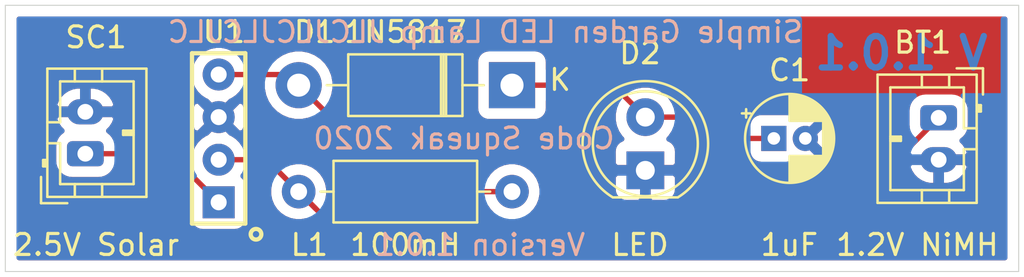
<source format=kicad_pcb>
(kicad_pcb (version 20171130) (host pcbnew "(5.1.5)-3")

  (general
    (thickness 1.6)
    (drawings 14)
    (tracks 17)
    (zones 0)
    (modules 7)
    (nets 6)
  )

  (page A4)
  (title_block
    (title "Garden Solar Light")
    (rev 1.0.1)
  )

  (layers
    (0 F.Cu signal)
    (31 B.Cu signal)
    (33 F.Adhes user)
    (34 B.Paste user)
    (35 F.Paste user)
    (36 B.SilkS user)
    (37 F.SilkS user)
    (38 B.Mask user)
    (39 F.Mask user)
    (40 Dwgs.User user)
    (41 Cmts.User user)
    (42 Eco1.User user)
    (43 Eco2.User user)
    (44 Edge.Cuts user)
    (45 Margin user)
    (46 B.CrtYd user)
    (47 F.CrtYd user)
    (48 B.Fab user)
    (49 F.Fab user)
  )

  (setup
    (last_trace_width 0.254)
    (trace_clearance 0.254)
    (zone_clearance 0.508)
    (zone_45_only no)
    (trace_min 0.1524)
    (via_size 0.762)
    (via_drill 0.381)
    (via_min_size 0.6858)
    (via_min_drill 0.3302)
    (uvia_size 0.762)
    (uvia_drill 0.381)
    (uvias_allowed no)
    (uvia_min_size 0.6858)
    (uvia_min_drill 0.3302)
    (edge_width 0.05)
    (segment_width 0.2)
    (pcb_text_width 0.3)
    (pcb_text_size 1.5 1.5)
    (mod_edge_width 0.12)
    (mod_text_size 1 1)
    (mod_text_width 0.15)
    (pad_size 1.524 1.524)
    (pad_drill 0.762)
    (pad_to_mask_clearance 0.0508)
    (solder_mask_min_width 0.1016)
    (aux_axis_origin 0 0)
    (visible_elements 7FFFFFFF)
    (pcbplotparams
      (layerselection 0x010f0_ffffffff)
      (usegerberextensions false)
      (usegerberattributes false)
      (usegerberadvancedattributes false)
      (creategerberjobfile false)
      (excludeedgelayer true)
      (linewidth 0.150000)
      (plotframeref false)
      (viasonmask false)
      (mode 1)
      (useauxorigin false)
      (hpglpennumber 1)
      (hpglpenspeed 20)
      (hpglpendiameter 15.000000)
      (psnegative false)
      (psa4output false)
      (plotreference true)
      (plotvalue true)
      (plotinvisibletext false)
      (padsonsilk true)
      (subtractmaskfromsilk false)
      (outputformat 1)
      (mirror false)
      (drillshape 0)
      (scaleselection 1)
      (outputdirectory "gerbers/jlcpcb/"))
  )

  (net 0 "")
  (net 1 GND)
  (net 2 "Net-(BT1-Pad1)")
  (net 3 "Net-(C1-Pad1)")
  (net 4 "Net-(D1-Pad2)")
  (net 5 "Net-(SC1-Pad1)")

  (net_class Default "This is the default net class."
    (clearance 0.254)
    (trace_width 0.254)
    (via_dia 0.762)
    (via_drill 0.381)
    (uvia_dia 0.762)
    (uvia_drill 0.381)
    (add_net GND)
    (add_net "Net-(BT1-Pad1)")
    (add_net "Net-(C1-Pad1)")
    (add_net "Net-(D1-Pad2)")
    (add_net "Net-(SC1-Pad1)")
  )

  (module Connector_JST:JST_PH_B2B-PH-K_1x02_P2.00mm_Vertical (layer F.Cu) (tedit 5B7745C2) (tstamp 5EB7279B)
    (at 140.97 85.376 270)
    (descr "JST PH series connector, B2B-PH-K (http://www.jst-mfg.com/product/pdf/eng/ePH.pdf), generated with kicad-footprint-generator")
    (tags "connector JST PH side entry")
    (path /5EB24EC1)
    (fp_text reference BT1 (at -3.588 0.762 180) (layer F.SilkS)
      (effects (font (size 1 1) (thickness 0.15)))
    )
    (fp_text value "1.2V NiMH" (at 1 4 90) (layer F.Fab)
      (effects (font (size 1 1) (thickness 0.15)))
    )
    (fp_text user %R (at 1 1.5 90) (layer F.Fab)
      (effects (font (size 1 1) (thickness 0.15)))
    )
    (fp_line (start 4.45 -2.2) (end -2.45 -2.2) (layer F.CrtYd) (width 0.05))
    (fp_line (start 4.45 3.3) (end 4.45 -2.2) (layer F.CrtYd) (width 0.05))
    (fp_line (start -2.45 3.3) (end 4.45 3.3) (layer F.CrtYd) (width 0.05))
    (fp_line (start -2.45 -2.2) (end -2.45 3.3) (layer F.CrtYd) (width 0.05))
    (fp_line (start 3.95 -1.7) (end -1.95 -1.7) (layer F.Fab) (width 0.1))
    (fp_line (start 3.95 2.8) (end 3.95 -1.7) (layer F.Fab) (width 0.1))
    (fp_line (start -1.95 2.8) (end 3.95 2.8) (layer F.Fab) (width 0.1))
    (fp_line (start -1.95 -1.7) (end -1.95 2.8) (layer F.Fab) (width 0.1))
    (fp_line (start -2.36 -2.11) (end -2.36 -0.86) (layer F.Fab) (width 0.1))
    (fp_line (start -1.11 -2.11) (end -2.36 -2.11) (layer F.Fab) (width 0.1))
    (fp_line (start -2.36 -2.11) (end -2.36 -0.86) (layer F.SilkS) (width 0.12))
    (fp_line (start -1.11 -2.11) (end -2.36 -2.11) (layer F.SilkS) (width 0.12))
    (fp_line (start 1 2.3) (end 1 1.8) (layer F.SilkS) (width 0.12))
    (fp_line (start 1.1 1.8) (end 1.1 2.3) (layer F.SilkS) (width 0.12))
    (fp_line (start 0.9 1.8) (end 1.1 1.8) (layer F.SilkS) (width 0.12))
    (fp_line (start 0.9 2.3) (end 0.9 1.8) (layer F.SilkS) (width 0.12))
    (fp_line (start 4.06 0.8) (end 3.45 0.8) (layer F.SilkS) (width 0.12))
    (fp_line (start 4.06 -0.5) (end 3.45 -0.5) (layer F.SilkS) (width 0.12))
    (fp_line (start -2.06 0.8) (end -1.45 0.8) (layer F.SilkS) (width 0.12))
    (fp_line (start -2.06 -0.5) (end -1.45 -0.5) (layer F.SilkS) (width 0.12))
    (fp_line (start 1.5 -1.2) (end 1.5 -1.81) (layer F.SilkS) (width 0.12))
    (fp_line (start 3.45 -1.2) (end 1.5 -1.2) (layer F.SilkS) (width 0.12))
    (fp_line (start 3.45 2.3) (end 3.45 -1.2) (layer F.SilkS) (width 0.12))
    (fp_line (start -1.45 2.3) (end 3.45 2.3) (layer F.SilkS) (width 0.12))
    (fp_line (start -1.45 -1.2) (end -1.45 2.3) (layer F.SilkS) (width 0.12))
    (fp_line (start 0.5 -1.2) (end -1.45 -1.2) (layer F.SilkS) (width 0.12))
    (fp_line (start 0.5 -1.81) (end 0.5 -1.2) (layer F.SilkS) (width 0.12))
    (fp_line (start -0.3 -1.91) (end -0.6 -1.91) (layer F.SilkS) (width 0.12))
    (fp_line (start -0.6 -2.01) (end -0.6 -1.81) (layer F.SilkS) (width 0.12))
    (fp_line (start -0.3 -2.01) (end -0.6 -2.01) (layer F.SilkS) (width 0.12))
    (fp_line (start -0.3 -1.81) (end -0.3 -2.01) (layer F.SilkS) (width 0.12))
    (fp_line (start 4.06 -1.81) (end -2.06 -1.81) (layer F.SilkS) (width 0.12))
    (fp_line (start 4.06 2.91) (end 4.06 -1.81) (layer F.SilkS) (width 0.12))
    (fp_line (start -2.06 2.91) (end 4.06 2.91) (layer F.SilkS) (width 0.12))
    (fp_line (start -2.06 -1.81) (end -2.06 2.91) (layer F.SilkS) (width 0.12))
    (pad 2 thru_hole oval (at 2 0 270) (size 1.2 1.75) (drill 0.75) (layers *.Cu *.Mask)
      (net 1 GND))
    (pad 1 thru_hole roundrect (at 0 0 270) (size 1.2 1.75) (drill 0.75) (layers *.Cu *.Mask) (roundrect_rratio 0.208333)
      (net 2 "Net-(BT1-Pad1)"))
    (model ${KISYS3DMOD}/Connector_JST.3dshapes/JST_PH_B2B-PH-K_1x02_P2.00mm_Vertical.wrl
      (at (xyz 0 0 0))
      (scale (xyz 1 1 1))
      (rotate (xyz 0 0 0))
    )
  )

  (module Capacitor_THT:CP_Radial_D4.0mm_P1.50mm (layer F.Cu) (tedit 5AE50EF0) (tstamp 5EB72806)
    (at 133.12 86.36)
    (descr "CP, Radial series, Radial, pin pitch=1.50mm, , diameter=4mm, Electrolytic Capacitor")
    (tags "CP Radial series Radial pin pitch 1.50mm  diameter 4mm Electrolytic Capacitor")
    (path /5EB23603)
    (fp_text reference C1 (at 0.75 -3.25) (layer F.SilkS)
      (effects (font (size 1 1) (thickness 0.15)))
    )
    (fp_text value 1uF (at 0.75 3.25) (layer F.Fab)
      (effects (font (size 1 1) (thickness 0.15)))
    )
    (fp_circle (center 0.75 0) (end 2.75 0) (layer F.Fab) (width 0.1))
    (fp_circle (center 0.75 0) (end 2.87 0) (layer F.SilkS) (width 0.12))
    (fp_circle (center 0.75 0) (end 3 0) (layer F.CrtYd) (width 0.05))
    (fp_line (start -0.952554 -0.8675) (end -0.552554 -0.8675) (layer F.Fab) (width 0.1))
    (fp_line (start -0.752554 -1.0675) (end -0.752554 -0.6675) (layer F.Fab) (width 0.1))
    (fp_line (start 0.75 0.84) (end 0.75 2.08) (layer F.SilkS) (width 0.12))
    (fp_line (start 0.75 -2.08) (end 0.75 -0.84) (layer F.SilkS) (width 0.12))
    (fp_line (start 0.79 0.84) (end 0.79 2.08) (layer F.SilkS) (width 0.12))
    (fp_line (start 0.79 -2.08) (end 0.79 -0.84) (layer F.SilkS) (width 0.12))
    (fp_line (start 0.83 0.84) (end 0.83 2.079) (layer F.SilkS) (width 0.12))
    (fp_line (start 0.83 -2.079) (end 0.83 -0.84) (layer F.SilkS) (width 0.12))
    (fp_line (start 0.87 -2.077) (end 0.87 -0.84) (layer F.SilkS) (width 0.12))
    (fp_line (start 0.87 0.84) (end 0.87 2.077) (layer F.SilkS) (width 0.12))
    (fp_line (start 0.91 -2.074) (end 0.91 -0.84) (layer F.SilkS) (width 0.12))
    (fp_line (start 0.91 0.84) (end 0.91 2.074) (layer F.SilkS) (width 0.12))
    (fp_line (start 0.95 -2.071) (end 0.95 -0.84) (layer F.SilkS) (width 0.12))
    (fp_line (start 0.95 0.84) (end 0.95 2.071) (layer F.SilkS) (width 0.12))
    (fp_line (start 0.99 -2.067) (end 0.99 -0.84) (layer F.SilkS) (width 0.12))
    (fp_line (start 0.99 0.84) (end 0.99 2.067) (layer F.SilkS) (width 0.12))
    (fp_line (start 1.03 -2.062) (end 1.03 -0.84) (layer F.SilkS) (width 0.12))
    (fp_line (start 1.03 0.84) (end 1.03 2.062) (layer F.SilkS) (width 0.12))
    (fp_line (start 1.07 -2.056) (end 1.07 -0.84) (layer F.SilkS) (width 0.12))
    (fp_line (start 1.07 0.84) (end 1.07 2.056) (layer F.SilkS) (width 0.12))
    (fp_line (start 1.11 -2.05) (end 1.11 -0.84) (layer F.SilkS) (width 0.12))
    (fp_line (start 1.11 0.84) (end 1.11 2.05) (layer F.SilkS) (width 0.12))
    (fp_line (start 1.15 -2.042) (end 1.15 -0.84) (layer F.SilkS) (width 0.12))
    (fp_line (start 1.15 0.84) (end 1.15 2.042) (layer F.SilkS) (width 0.12))
    (fp_line (start 1.19 -2.034) (end 1.19 -0.84) (layer F.SilkS) (width 0.12))
    (fp_line (start 1.19 0.84) (end 1.19 2.034) (layer F.SilkS) (width 0.12))
    (fp_line (start 1.23 -2.025) (end 1.23 -0.84) (layer F.SilkS) (width 0.12))
    (fp_line (start 1.23 0.84) (end 1.23 2.025) (layer F.SilkS) (width 0.12))
    (fp_line (start 1.27 -2.016) (end 1.27 -0.84) (layer F.SilkS) (width 0.12))
    (fp_line (start 1.27 0.84) (end 1.27 2.016) (layer F.SilkS) (width 0.12))
    (fp_line (start 1.31 -2.005) (end 1.31 -0.84) (layer F.SilkS) (width 0.12))
    (fp_line (start 1.31 0.84) (end 1.31 2.005) (layer F.SilkS) (width 0.12))
    (fp_line (start 1.35 -1.994) (end 1.35 -0.84) (layer F.SilkS) (width 0.12))
    (fp_line (start 1.35 0.84) (end 1.35 1.994) (layer F.SilkS) (width 0.12))
    (fp_line (start 1.39 -1.982) (end 1.39 -0.84) (layer F.SilkS) (width 0.12))
    (fp_line (start 1.39 0.84) (end 1.39 1.982) (layer F.SilkS) (width 0.12))
    (fp_line (start 1.43 -1.968) (end 1.43 -0.84) (layer F.SilkS) (width 0.12))
    (fp_line (start 1.43 0.84) (end 1.43 1.968) (layer F.SilkS) (width 0.12))
    (fp_line (start 1.471 -1.954) (end 1.471 -0.84) (layer F.SilkS) (width 0.12))
    (fp_line (start 1.471 0.84) (end 1.471 1.954) (layer F.SilkS) (width 0.12))
    (fp_line (start 1.511 -1.94) (end 1.511 -0.84) (layer F.SilkS) (width 0.12))
    (fp_line (start 1.511 0.84) (end 1.511 1.94) (layer F.SilkS) (width 0.12))
    (fp_line (start 1.551 -1.924) (end 1.551 -0.84) (layer F.SilkS) (width 0.12))
    (fp_line (start 1.551 0.84) (end 1.551 1.924) (layer F.SilkS) (width 0.12))
    (fp_line (start 1.591 -1.907) (end 1.591 -0.84) (layer F.SilkS) (width 0.12))
    (fp_line (start 1.591 0.84) (end 1.591 1.907) (layer F.SilkS) (width 0.12))
    (fp_line (start 1.631 -1.889) (end 1.631 -0.84) (layer F.SilkS) (width 0.12))
    (fp_line (start 1.631 0.84) (end 1.631 1.889) (layer F.SilkS) (width 0.12))
    (fp_line (start 1.671 -1.87) (end 1.671 -0.84) (layer F.SilkS) (width 0.12))
    (fp_line (start 1.671 0.84) (end 1.671 1.87) (layer F.SilkS) (width 0.12))
    (fp_line (start 1.711 -1.851) (end 1.711 -0.84) (layer F.SilkS) (width 0.12))
    (fp_line (start 1.711 0.84) (end 1.711 1.851) (layer F.SilkS) (width 0.12))
    (fp_line (start 1.751 -1.83) (end 1.751 -0.84) (layer F.SilkS) (width 0.12))
    (fp_line (start 1.751 0.84) (end 1.751 1.83) (layer F.SilkS) (width 0.12))
    (fp_line (start 1.791 -1.808) (end 1.791 -0.84) (layer F.SilkS) (width 0.12))
    (fp_line (start 1.791 0.84) (end 1.791 1.808) (layer F.SilkS) (width 0.12))
    (fp_line (start 1.831 -1.785) (end 1.831 -0.84) (layer F.SilkS) (width 0.12))
    (fp_line (start 1.831 0.84) (end 1.831 1.785) (layer F.SilkS) (width 0.12))
    (fp_line (start 1.871 -1.76) (end 1.871 -0.84) (layer F.SilkS) (width 0.12))
    (fp_line (start 1.871 0.84) (end 1.871 1.76) (layer F.SilkS) (width 0.12))
    (fp_line (start 1.911 -1.735) (end 1.911 -0.84) (layer F.SilkS) (width 0.12))
    (fp_line (start 1.911 0.84) (end 1.911 1.735) (layer F.SilkS) (width 0.12))
    (fp_line (start 1.951 -1.708) (end 1.951 -0.84) (layer F.SilkS) (width 0.12))
    (fp_line (start 1.951 0.84) (end 1.951 1.708) (layer F.SilkS) (width 0.12))
    (fp_line (start 1.991 -1.68) (end 1.991 -0.84) (layer F.SilkS) (width 0.12))
    (fp_line (start 1.991 0.84) (end 1.991 1.68) (layer F.SilkS) (width 0.12))
    (fp_line (start 2.031 -1.65) (end 2.031 -0.84) (layer F.SilkS) (width 0.12))
    (fp_line (start 2.031 0.84) (end 2.031 1.65) (layer F.SilkS) (width 0.12))
    (fp_line (start 2.071 -1.619) (end 2.071 -0.84) (layer F.SilkS) (width 0.12))
    (fp_line (start 2.071 0.84) (end 2.071 1.619) (layer F.SilkS) (width 0.12))
    (fp_line (start 2.111 -1.587) (end 2.111 -0.84) (layer F.SilkS) (width 0.12))
    (fp_line (start 2.111 0.84) (end 2.111 1.587) (layer F.SilkS) (width 0.12))
    (fp_line (start 2.151 -1.552) (end 2.151 -0.84) (layer F.SilkS) (width 0.12))
    (fp_line (start 2.151 0.84) (end 2.151 1.552) (layer F.SilkS) (width 0.12))
    (fp_line (start 2.191 -1.516) (end 2.191 -0.84) (layer F.SilkS) (width 0.12))
    (fp_line (start 2.191 0.84) (end 2.191 1.516) (layer F.SilkS) (width 0.12))
    (fp_line (start 2.231 -1.478) (end 2.231 -0.84) (layer F.SilkS) (width 0.12))
    (fp_line (start 2.231 0.84) (end 2.231 1.478) (layer F.SilkS) (width 0.12))
    (fp_line (start 2.271 -1.438) (end 2.271 -0.84) (layer F.SilkS) (width 0.12))
    (fp_line (start 2.271 0.84) (end 2.271 1.438) (layer F.SilkS) (width 0.12))
    (fp_line (start 2.311 -1.396) (end 2.311 -0.84) (layer F.SilkS) (width 0.12))
    (fp_line (start 2.311 0.84) (end 2.311 1.396) (layer F.SilkS) (width 0.12))
    (fp_line (start 2.351 -1.351) (end 2.351 1.351) (layer F.SilkS) (width 0.12))
    (fp_line (start 2.391 -1.304) (end 2.391 1.304) (layer F.SilkS) (width 0.12))
    (fp_line (start 2.431 -1.254) (end 2.431 1.254) (layer F.SilkS) (width 0.12))
    (fp_line (start 2.471 -1.2) (end 2.471 1.2) (layer F.SilkS) (width 0.12))
    (fp_line (start 2.511 -1.142) (end 2.511 1.142) (layer F.SilkS) (width 0.12))
    (fp_line (start 2.551 -1.08) (end 2.551 1.08) (layer F.SilkS) (width 0.12))
    (fp_line (start 2.591 -1.013) (end 2.591 1.013) (layer F.SilkS) (width 0.12))
    (fp_line (start 2.631 -0.94) (end 2.631 0.94) (layer F.SilkS) (width 0.12))
    (fp_line (start 2.671 -0.859) (end 2.671 0.859) (layer F.SilkS) (width 0.12))
    (fp_line (start 2.711 -0.768) (end 2.711 0.768) (layer F.SilkS) (width 0.12))
    (fp_line (start 2.751 -0.664) (end 2.751 0.664) (layer F.SilkS) (width 0.12))
    (fp_line (start 2.791 -0.537) (end 2.791 0.537) (layer F.SilkS) (width 0.12))
    (fp_line (start 2.831 -0.37) (end 2.831 0.37) (layer F.SilkS) (width 0.12))
    (fp_line (start -1.519801 -1.195) (end -1.119801 -1.195) (layer F.SilkS) (width 0.12))
    (fp_line (start -1.319801 -1.395) (end -1.319801 -0.995) (layer F.SilkS) (width 0.12))
    (fp_text user %R (at 0.75 0) (layer F.Fab)
      (effects (font (size 0.8 0.8) (thickness 0.12)))
    )
    (pad 1 thru_hole rect (at 0 0) (size 1.2 1.2) (drill 0.6) (layers *.Cu *.Mask)
      (net 3 "Net-(C1-Pad1)"))
    (pad 2 thru_hole circle (at 1.5 0) (size 1.2 1.2) (drill 0.6) (layers *.Cu *.Mask)
      (net 1 GND))
    (model ${KISYS3DMOD}/Capacitor_THT.3dshapes/CP_Radial_D4.0mm_P1.50mm.wrl
      (at (xyz 0 0 0))
      (scale (xyz 1 1 1))
      (rotate (xyz 0 0 0))
    )
  )

  (module Diode_THT:D_DO-41_SOD81_P10.16mm_Horizontal (layer F.Cu) (tedit 5AE50CD5) (tstamp 5EB72825)
    (at 120.65 83.82 180)
    (descr "Diode, DO-41_SOD81 series, Axial, Horizontal, pin pitch=10.16mm, , length*diameter=5.2*2.7mm^2, , http://www.diodes.com/_files/packages/DO-41%20(Plastic).pdf")
    (tags "Diode DO-41_SOD81 series Axial Horizontal pin pitch 10.16mm  length 5.2mm diameter 2.7mm")
    (path /5EB21160)
    (fp_text reference D1 (at 9.398 2.54) (layer F.SilkS)
      (effects (font (size 1 1) (thickness 0.15)))
    )
    (fp_text value 1N5817 (at 5.08 2.47) (layer F.Fab)
      (effects (font (size 1 1) (thickness 0.15)))
    )
    (fp_line (start 2.48 -1.35) (end 2.48 1.35) (layer F.Fab) (width 0.1))
    (fp_line (start 2.48 1.35) (end 7.68 1.35) (layer F.Fab) (width 0.1))
    (fp_line (start 7.68 1.35) (end 7.68 -1.35) (layer F.Fab) (width 0.1))
    (fp_line (start 7.68 -1.35) (end 2.48 -1.35) (layer F.Fab) (width 0.1))
    (fp_line (start 0 0) (end 2.48 0) (layer F.Fab) (width 0.1))
    (fp_line (start 10.16 0) (end 7.68 0) (layer F.Fab) (width 0.1))
    (fp_line (start 3.26 -1.35) (end 3.26 1.35) (layer F.Fab) (width 0.1))
    (fp_line (start 3.36 -1.35) (end 3.36 1.35) (layer F.Fab) (width 0.1))
    (fp_line (start 3.16 -1.35) (end 3.16 1.35) (layer F.Fab) (width 0.1))
    (fp_line (start 2.36 -1.47) (end 2.36 1.47) (layer F.SilkS) (width 0.12))
    (fp_line (start 2.36 1.47) (end 7.8 1.47) (layer F.SilkS) (width 0.12))
    (fp_line (start 7.8 1.47) (end 7.8 -1.47) (layer F.SilkS) (width 0.12))
    (fp_line (start 7.8 -1.47) (end 2.36 -1.47) (layer F.SilkS) (width 0.12))
    (fp_line (start 1.34 0) (end 2.36 0) (layer F.SilkS) (width 0.12))
    (fp_line (start 8.82 0) (end 7.8 0) (layer F.SilkS) (width 0.12))
    (fp_line (start 3.26 -1.47) (end 3.26 1.47) (layer F.SilkS) (width 0.12))
    (fp_line (start 3.38 -1.47) (end 3.38 1.47) (layer F.SilkS) (width 0.12))
    (fp_line (start 3.14 -1.47) (end 3.14 1.47) (layer F.SilkS) (width 0.12))
    (fp_line (start -1.35 -1.6) (end -1.35 1.6) (layer F.CrtYd) (width 0.05))
    (fp_line (start -1.35 1.6) (end 11.51 1.6) (layer F.CrtYd) (width 0.05))
    (fp_line (start 11.51 1.6) (end 11.51 -1.6) (layer F.CrtYd) (width 0.05))
    (fp_line (start 11.51 -1.6) (end -1.35 -1.6) (layer F.CrtYd) (width 0.05))
    (fp_text user %R (at 5.47 0) (layer F.Fab)
      (effects (font (size 1 1) (thickness 0.15)))
    )
    (fp_text user K (at 0 -2.1) (layer F.Fab)
      (effects (font (size 1 1) (thickness 0.15)))
    )
    (fp_text user K (at -2.286 0.254) (layer F.SilkS)
      (effects (font (size 1 1) (thickness 0.15)))
    )
    (pad 1 thru_hole rect (at 0 0 180) (size 2.2 2.2) (drill 1.1) (layers *.Cu *.Mask)
      (net 3 "Net-(C1-Pad1)"))
    (pad 2 thru_hole oval (at 10.16 0 180) (size 2.2 2.2) (drill 1.1) (layers *.Cu *.Mask)
      (net 4 "Net-(D1-Pad2)"))
    (model ${KISYS3DMOD}/Diode_THT.3dshapes/D_DO-41_SOD81_P10.16mm_Horizontal.wrl
      (at (xyz 0 0 0))
      (scale (xyz 1 1 1))
      (rotate (xyz 0 0 0))
    )
  )

  (module LED_THT:LED_D5.0mm (layer F.Cu) (tedit 5995936A) (tstamp 5EB72837)
    (at 127 87.884 90)
    (descr "LED, diameter 5.0mm, 2 pins, http://cdn-reichelt.de/documents/datenblatt/A500/LL-504BC2E-009.pdf")
    (tags "LED diameter 5.0mm 2 pins")
    (path /5EB223E6)
    (fp_text reference D2 (at 5.588 -0.254 180) (layer F.SilkS)
      (effects (font (size 1 1) (thickness 0.15)))
    )
    (fp_text value LED (at 1.27 3.96 90) (layer F.Fab)
      (effects (font (size 1 1) (thickness 0.15)))
    )
    (fp_arc (start 1.27 0) (end -1.23 -1.469694) (angle 299.1) (layer F.Fab) (width 0.1))
    (fp_arc (start 1.27 0) (end -1.29 -1.54483) (angle 148.9) (layer F.SilkS) (width 0.12))
    (fp_arc (start 1.27 0) (end -1.29 1.54483) (angle -148.9) (layer F.SilkS) (width 0.12))
    (fp_circle (center 1.27 0) (end 3.77 0) (layer F.Fab) (width 0.1))
    (fp_circle (center 1.27 0) (end 3.77 0) (layer F.SilkS) (width 0.12))
    (fp_line (start -1.23 -1.469694) (end -1.23 1.469694) (layer F.Fab) (width 0.1))
    (fp_line (start -1.29 -1.545) (end -1.29 1.545) (layer F.SilkS) (width 0.12))
    (fp_line (start -1.95 -3.25) (end -1.95 3.25) (layer F.CrtYd) (width 0.05))
    (fp_line (start -1.95 3.25) (end 4.5 3.25) (layer F.CrtYd) (width 0.05))
    (fp_line (start 4.5 3.25) (end 4.5 -3.25) (layer F.CrtYd) (width 0.05))
    (fp_line (start 4.5 -3.25) (end -1.95 -3.25) (layer F.CrtYd) (width 0.05))
    (fp_text user %R (at 1.25 0 90) (layer F.Fab)
      (effects (font (size 0.8 0.8) (thickness 0.2)))
    )
    (pad 1 thru_hole rect (at 0 0 90) (size 1.8 1.8) (drill 0.9) (layers *.Cu *.Mask)
      (net 1 GND))
    (pad 2 thru_hole circle (at 2.54 0 90) (size 1.8 1.8) (drill 0.9) (layers *.Cu *.Mask)
      (net 3 "Net-(C1-Pad1)"))
    (model ${KISYS3DMOD}/LED_THT.3dshapes/LED_D5.0mm.wrl
      (at (xyz 0 0 0))
      (scale (xyz 1 1 1))
      (rotate (xyz 0 0 0))
    )
  )

  (module Inductor_THT:L_Axial_L6.6mm_D2.7mm_P10.16mm_Horizontal_Vishay_IM-2 (layer F.Cu) (tedit 5AE59B05) (tstamp 5EB7284E)
    (at 110.49 88.9)
    (descr "Inductor, Axial series, Axial, Horizontal, pin pitch=10.16mm, , length*diameter=6.6*2.7mm^2, Vishay, IM-2, http://www.vishay.com/docs/34030/im.pdf")
    (tags "Inductor Axial series Axial Horizontal pin pitch 10.16mm  length 6.6mm diameter 2.7mm Vishay IM-2")
    (path /5EB20669)
    (fp_text reference L1 (at 0.508 2.54) (layer F.SilkS)
      (effects (font (size 1 1) (thickness 0.15)))
    )
    (fp_text value 100mH (at 5.08 2.47) (layer F.Fab)
      (effects (font (size 1 1) (thickness 0.15)))
    )
    (fp_line (start 1.78 -1.35) (end 1.78 1.35) (layer F.Fab) (width 0.1))
    (fp_line (start 1.78 1.35) (end 8.38 1.35) (layer F.Fab) (width 0.1))
    (fp_line (start 8.38 1.35) (end 8.38 -1.35) (layer F.Fab) (width 0.1))
    (fp_line (start 8.38 -1.35) (end 1.78 -1.35) (layer F.Fab) (width 0.1))
    (fp_line (start 0 0) (end 1.78 0) (layer F.Fab) (width 0.1))
    (fp_line (start 10.16 0) (end 8.38 0) (layer F.Fab) (width 0.1))
    (fp_line (start 1.66 -1.47) (end 1.66 1.47) (layer F.SilkS) (width 0.12))
    (fp_line (start 1.66 1.47) (end 8.5 1.47) (layer F.SilkS) (width 0.12))
    (fp_line (start 8.5 1.47) (end 8.5 -1.47) (layer F.SilkS) (width 0.12))
    (fp_line (start 8.5 -1.47) (end 1.66 -1.47) (layer F.SilkS) (width 0.12))
    (fp_line (start 1.04 0) (end 1.66 0) (layer F.SilkS) (width 0.12))
    (fp_line (start 9.12 0) (end 8.5 0) (layer F.SilkS) (width 0.12))
    (fp_line (start -1.05 -1.6) (end -1.05 1.6) (layer F.CrtYd) (width 0.05))
    (fp_line (start -1.05 1.6) (end 11.21 1.6) (layer F.CrtYd) (width 0.05))
    (fp_line (start 11.21 1.6) (end 11.21 -1.6) (layer F.CrtYd) (width 0.05))
    (fp_line (start 11.21 -1.6) (end -1.05 -1.6) (layer F.CrtYd) (width 0.05))
    (fp_text user %R (at 5.08 0) (layer F.Fab)
      (effects (font (size 1 1) (thickness 0.15)))
    )
    (pad 1 thru_hole circle (at 0 0) (size 1.6 1.6) (drill 0.8) (layers *.Cu *.Mask)
      (net 2 "Net-(BT1-Pad1)"))
    (pad 2 thru_hole oval (at 10.16 0) (size 1.6 1.6) (drill 0.8) (layers *.Cu *.Mask)
      (net 4 "Net-(D1-Pad2)"))
    (model ${KISYS3DMOD}/Inductor_THT.3dshapes/L_Axial_L6.6mm_D2.7mm_P10.16mm_Horizontal_Vishay_IM-2.wrl
      (at (xyz 0 0 0))
      (scale (xyz 1 1 1))
      (rotate (xyz 0 0 0))
    )
  )

  (module Connector_JST:JST_PH_B2B-PH-K_1x02_P2.00mm_Vertical (layer F.Cu) (tedit 5B7745C2) (tstamp 5EB72878)
    (at 100.33 87.09 90)
    (descr "JST PH series connector, B2B-PH-K (http://www.jst-mfg.com/product/pdf/eng/ePH.pdf), generated with kicad-footprint-generator")
    (tags "connector JST PH side entry")
    (path /5EB23CAD)
    (fp_text reference SC1 (at 5.556 0.508 180) (layer F.SilkS)
      (effects (font (size 1 1) (thickness 0.15)))
    )
    (fp_text value 2.5V (at 1 4 90) (layer F.Fab)
      (effects (font (size 1 1) (thickness 0.15)))
    )
    (fp_line (start -2.06 -1.81) (end -2.06 2.91) (layer F.SilkS) (width 0.12))
    (fp_line (start -2.06 2.91) (end 4.06 2.91) (layer F.SilkS) (width 0.12))
    (fp_line (start 4.06 2.91) (end 4.06 -1.81) (layer F.SilkS) (width 0.12))
    (fp_line (start 4.06 -1.81) (end -2.06 -1.81) (layer F.SilkS) (width 0.12))
    (fp_line (start -0.3 -1.81) (end -0.3 -2.01) (layer F.SilkS) (width 0.12))
    (fp_line (start -0.3 -2.01) (end -0.6 -2.01) (layer F.SilkS) (width 0.12))
    (fp_line (start -0.6 -2.01) (end -0.6 -1.81) (layer F.SilkS) (width 0.12))
    (fp_line (start -0.3 -1.91) (end -0.6 -1.91) (layer F.SilkS) (width 0.12))
    (fp_line (start 0.5 -1.81) (end 0.5 -1.2) (layer F.SilkS) (width 0.12))
    (fp_line (start 0.5 -1.2) (end -1.45 -1.2) (layer F.SilkS) (width 0.12))
    (fp_line (start -1.45 -1.2) (end -1.45 2.3) (layer F.SilkS) (width 0.12))
    (fp_line (start -1.45 2.3) (end 3.45 2.3) (layer F.SilkS) (width 0.12))
    (fp_line (start 3.45 2.3) (end 3.45 -1.2) (layer F.SilkS) (width 0.12))
    (fp_line (start 3.45 -1.2) (end 1.5 -1.2) (layer F.SilkS) (width 0.12))
    (fp_line (start 1.5 -1.2) (end 1.5 -1.81) (layer F.SilkS) (width 0.12))
    (fp_line (start -2.06 -0.5) (end -1.45 -0.5) (layer F.SilkS) (width 0.12))
    (fp_line (start -2.06 0.8) (end -1.45 0.8) (layer F.SilkS) (width 0.12))
    (fp_line (start 4.06 -0.5) (end 3.45 -0.5) (layer F.SilkS) (width 0.12))
    (fp_line (start 4.06 0.8) (end 3.45 0.8) (layer F.SilkS) (width 0.12))
    (fp_line (start 0.9 2.3) (end 0.9 1.8) (layer F.SilkS) (width 0.12))
    (fp_line (start 0.9 1.8) (end 1.1 1.8) (layer F.SilkS) (width 0.12))
    (fp_line (start 1.1 1.8) (end 1.1 2.3) (layer F.SilkS) (width 0.12))
    (fp_line (start 1 2.3) (end 1 1.8) (layer F.SilkS) (width 0.12))
    (fp_line (start -1.11 -2.11) (end -2.36 -2.11) (layer F.SilkS) (width 0.12))
    (fp_line (start -2.36 -2.11) (end -2.36 -0.86) (layer F.SilkS) (width 0.12))
    (fp_line (start -1.11 -2.11) (end -2.36 -2.11) (layer F.Fab) (width 0.1))
    (fp_line (start -2.36 -2.11) (end -2.36 -0.86) (layer F.Fab) (width 0.1))
    (fp_line (start -1.95 -1.7) (end -1.95 2.8) (layer F.Fab) (width 0.1))
    (fp_line (start -1.95 2.8) (end 3.95 2.8) (layer F.Fab) (width 0.1))
    (fp_line (start 3.95 2.8) (end 3.95 -1.7) (layer F.Fab) (width 0.1))
    (fp_line (start 3.95 -1.7) (end -1.95 -1.7) (layer F.Fab) (width 0.1))
    (fp_line (start -2.45 -2.2) (end -2.45 3.3) (layer F.CrtYd) (width 0.05))
    (fp_line (start -2.45 3.3) (end 4.45 3.3) (layer F.CrtYd) (width 0.05))
    (fp_line (start 4.45 3.3) (end 4.45 -2.2) (layer F.CrtYd) (width 0.05))
    (fp_line (start 4.45 -2.2) (end -2.45 -2.2) (layer F.CrtYd) (width 0.05))
    (fp_text user %R (at 1 1.5 90) (layer F.Fab)
      (effects (font (size 1 1) (thickness 0.15)))
    )
    (pad 1 thru_hole roundrect (at 0 0 90) (size 1.2 1.75) (drill 0.75) (layers *.Cu *.Mask) (roundrect_rratio 0.208333)
      (net 5 "Net-(SC1-Pad1)"))
    (pad 2 thru_hole oval (at 2 0 90) (size 1.2 1.75) (drill 0.75) (layers *.Cu *.Mask)
      (net 1 GND))
    (model ${KISYS3DMOD}/Connector_JST.3dshapes/JST_PH_B2B-PH-K_1x02_P2.00mm_Vertical.wrl
      (at (xyz 0 0 0))
      (scale (xyz 1 1 1))
      (rotate (xyz 0 0 0))
    )
  )

  (module gardenlight:QX5252F (layer F.Cu) (tedit 5EB20A87) (tstamp 5EB72889)
    (at 106.68 86.36 90)
    (path /5EB1F72A)
    (fp_text reference U1 (at 5.08 0.254 180) (layer F.SilkS)
      (effects (font (size 1 1) (thickness 0.15)))
    )
    (fp_text value QX5252F (at 0 2.54 90) (layer F.Fab)
      (effects (font (size 1 1) (thickness 0.15)))
    )
    (fp_line (start -4.064 -1.27) (end 4.064 -1.27) (layer F.Fab) (width 0.127))
    (fp_line (start 4.064 -1.27) (end 4.064 1.27) (layer F.Fab) (width 0.12))
    (fp_line (start 4.064 1.27) (end -4.064 1.27) (layer F.Fab) (width 0.127))
    (fp_line (start -4.064 1.27) (end -4.064 -1.27) (layer F.Fab) (width 0.12))
    (fp_line (start -4.064 1.27) (end -4.064 -1.27) (layer F.SilkS) (width 0.2032))
    (fp_line (start -4.064 -1.27) (end 4.064 -1.27) (layer F.SilkS) (width 0.2032))
    (fp_line (start 4.064 -1.27) (end 4.064 1.27) (layer F.SilkS) (width 0.2032))
    (fp_line (start 4.064 1.27) (end -4.064 1.27) (layer F.SilkS) (width 0.2032))
    (fp_circle (center -4.572 1.778) (end -4.318 1.778) (layer F.SilkS) (width 0.2032))
    (pad 1 thru_hole rect (at -3.048 0 90) (size 1.524 1.524) (drill 0.762) (layers *.Cu *.Mask)
      (net 5 "Net-(SC1-Pad1)"))
    (pad 2 thru_hole circle (at -1.016 0 90) (size 1.524 1.524) (drill 0.762) (layers *.Cu *.Mask)
      (net 2 "Net-(BT1-Pad1)"))
    (pad 3 thru_hole circle (at 1.016 0 90) (size 1.524 1.524) (drill 0.762) (layers *.Cu *.Mask)
      (net 1 GND))
    (pad 4 thru_hole circle (at 3.048 0 90) (size 1.524 1.524) (drill 0.762) (layers *.Cu *.Mask)
      (net 4 "Net-(D1-Pad2)"))
  )

  (gr_text "Version 1.0.1" (at 119.126 91.44) (layer B.SilkS)
    (effects (font (size 1 1) (thickness 0.15)) (justify mirror))
  )
  (gr_text "V 1.0.1" (at 139.192 82.296) (layer B.Cu)
    (effects (font (size 1.5 1.5) (thickness 0.3)) (justify mirror))
  )
  (gr_text "Code Squeak 2020" (at 118.364 86.36) (layer B.SilkS)
    (effects (font (size 1 1) (thickness 0.15)) (justify mirror))
  )
  (gr_text "Simple Garden LED Lamp JLCJLCJLCJLC" (at 119.38 81.28) (layer B.SilkS)
    (effects (font (size 1 1) (thickness 0.15)) (justify mirror))
  )
  (gr_text "2.5V Solar" (at 100.838 91.44) (layer F.SilkS)
    (effects (font (size 1 1) (thickness 0.15)))
  )
  (gr_text LED (at 126.746 91.44) (layer F.SilkS)
    (effects (font (size 1 1) (thickness 0.15)))
  )
  (gr_text 1N5817 (at 115.57 81.28) (layer F.SilkS)
    (effects (font (size 1 1) (thickness 0.15)))
  )
  (gr_text "100mH\n" (at 115.57 91.44) (layer F.SilkS)
    (effects (font (size 1 1) (thickness 0.15)))
  )
  (gr_text "1.2V NiMH" (at 139.954 91.44) (layer F.SilkS)
    (effects (font (size 1 1) (thickness 0.15)))
  )
  (gr_text 1uF (at 133.858 91.44) (layer F.SilkS)
    (effects (font (size 1 1) (thickness 0.15)))
  )
  (gr_line (start 96.52 92.71) (end 96.52 80.01) (layer Edge.Cuts) (width 0.05) (tstamp 5EB7391E))
  (gr_line (start 144.78 92.71) (end 96.52 92.71) (layer Edge.Cuts) (width 0.05))
  (gr_line (start 144.78 80.01) (end 144.78 92.71) (layer Edge.Cuts) (width 0.05))
  (gr_line (start 96.52 80.01) (end 144.78 80.01) (layer Edge.Cuts) (width 0.05))

  (segment (start 108.966 87.376) (end 110.49 88.9) (width 0.254) (layer F.Cu) (net 2))
  (segment (start 106.68 87.376) (end 108.966 87.376) (width 0.254) (layer F.Cu) (net 2))
  (segment (start 111.289999 89.699999) (end 110.49 88.9) (width 0.254) (layer F.Cu) (net 2))
  (segment (start 110.49 88.9) (end 112.268 90.678) (width 0.254) (layer F.Cu) (net 2))
  (segment (start 135.668 90.678) (end 140.97 85.376) (width 0.254) (layer F.Cu) (net 2))
  (segment (start 112.268 90.678) (end 135.668 90.678) (width 0.254) (layer F.Cu) (net 2))
  (segment (start 125.476 83.82) (end 127 85.344) (width 0.254) (layer F.Cu) (net 3))
  (segment (start 120.65 83.82) (end 125.476 83.82) (width 0.254) (layer F.Cu) (net 3))
  (segment (start 127 85.344) (end 129.794 85.344) (width 0.254) (layer F.Cu) (net 3))
  (segment (start 130.81 86.36) (end 133.12 86.36) (width 0.254) (layer F.Cu) (net 3))
  (segment (start 129.794 85.344) (end 130.81 86.36) (width 0.254) (layer F.Cu) (net 3))
  (segment (start 109.982 83.312) (end 110.49 83.82) (width 0.254) (layer F.Cu) (net 4))
  (segment (start 106.68 83.312) (end 109.982 83.312) (width 0.254) (layer F.Cu) (net 4))
  (segment (start 115.57 88.9) (end 110.49 83.82) (width 0.254) (layer F.Cu) (net 4))
  (segment (start 120.65 88.9) (end 115.57 88.9) (width 0.254) (layer F.Cu) (net 4))
  (segment (start 104.362 87.09) (end 106.68 89.408) (width 0.254) (layer F.Cu) (net 5))
  (segment (start 100.33 87.09) (end 104.362 87.09) (width 0.254) (layer F.Cu) (net 5))

  (zone (net 1) (net_name GND) (layer F.Cu) (tstamp 5EE00B36) (hatch edge 0.508)
    (connect_pads (clearance 0.508))
    (min_thickness 0.254)
    (fill yes (arc_segments 32) (thermal_gap 0.508) (thermal_bridge_width 0.508))
    (polygon
      (pts
        (xy 145.034 92.964) (xy 96.266 92.964) (xy 96.266 79.756) (xy 145.034 79.756)
      )
    )
    (filled_polygon
      (pts
        (xy 144.120001 92.05) (xy 97.18 92.05) (xy 97.18 86.739999) (xy 98.816928 86.739999) (xy 98.816928 87.440001)
        (xy 98.833992 87.613255) (xy 98.884528 87.779851) (xy 98.966595 87.933387) (xy 99.077038 88.067962) (xy 99.211613 88.178405)
        (xy 99.365149 88.260472) (xy 99.531745 88.311008) (xy 99.704999 88.328072) (xy 100.955001 88.328072) (xy 101.128255 88.311008)
        (xy 101.294851 88.260472) (xy 101.448387 88.178405) (xy 101.582962 88.067962) (xy 101.693405 87.933387) (xy 101.736907 87.852)
        (xy 104.04637 87.852) (xy 105.279928 89.085559) (xy 105.279928 90.17) (xy 105.292188 90.294482) (xy 105.328498 90.41418)
        (xy 105.387463 90.524494) (xy 105.466815 90.621185) (xy 105.563506 90.700537) (xy 105.67382 90.759502) (xy 105.793518 90.795812)
        (xy 105.918 90.808072) (xy 107.442 90.808072) (xy 107.566482 90.795812) (xy 107.68618 90.759502) (xy 107.796494 90.700537)
        (xy 107.893185 90.621185) (xy 107.972537 90.524494) (xy 108.031502 90.41418) (xy 108.067812 90.294482) (xy 108.080072 90.17)
        (xy 108.080072 88.646) (xy 108.067812 88.521518) (xy 108.031502 88.40182) (xy 107.972537 88.291506) (xy 107.893185 88.194815)
        (xy 107.841425 88.152337) (xy 107.851005 88.138) (xy 108.65037 88.138) (xy 109.090843 88.578473) (xy 109.055 88.758665)
        (xy 109.055 89.041335) (xy 109.110147 89.318574) (xy 109.21832 89.579727) (xy 109.375363 89.814759) (xy 109.575241 90.014637)
        (xy 109.810273 90.17168) (xy 110.071426 90.279853) (xy 110.348665 90.335) (xy 110.631335 90.335) (xy 110.811527 90.299157)
        (xy 111.702716 91.190346) (xy 111.726578 91.219422) (xy 111.800219 91.279857) (xy 111.842607 91.314645) (xy 111.913364 91.352465)
        (xy 111.974985 91.385402) (xy 112.118622 91.428974) (xy 112.230574 91.44) (xy 112.230577 91.44) (xy 112.268 91.443686)
        (xy 112.305423 91.44) (xy 135.630577 91.44) (xy 135.668 91.443686) (xy 135.705423 91.44) (xy 135.705426 91.44)
        (xy 135.817378 91.428974) (xy 135.961015 91.385402) (xy 136.093392 91.314645) (xy 136.209422 91.219422) (xy 136.233284 91.190346)
        (xy 139.559691 87.86394) (xy 139.597579 87.956533) (xy 139.731922 88.159474) (xy 139.903275 88.332307) (xy 140.105054 88.46839)
        (xy 140.329504 88.562493) (xy 140.568 88.611) (xy 140.843 88.611) (xy 140.843 87.503) (xy 141.097 87.503)
        (xy 141.097 88.611) (xy 141.372 88.611) (xy 141.610496 88.562493) (xy 141.834946 88.46839) (xy 142.036725 88.332307)
        (xy 142.208078 88.159474) (xy 142.342421 87.956533) (xy 142.434591 87.731282) (xy 142.438462 87.693609) (xy 142.313731 87.503)
        (xy 141.097 87.503) (xy 140.843 87.503) (xy 140.823 87.503) (xy 140.823 87.249) (xy 140.843 87.249)
        (xy 140.843 87.229) (xy 141.097 87.229) (xy 141.097 87.249) (xy 142.313731 87.249) (xy 142.438462 87.058391)
        (xy 142.434591 87.020718) (xy 142.342421 86.795467) (xy 142.208078 86.592526) (xy 142.083594 86.466967) (xy 142.088387 86.464405)
        (xy 142.222962 86.353962) (xy 142.333405 86.219387) (xy 142.415472 86.065851) (xy 142.466008 85.899255) (xy 142.483072 85.726001)
        (xy 142.483072 85.025999) (xy 142.466008 84.852745) (xy 142.415472 84.686149) (xy 142.333405 84.532613) (xy 142.222962 84.398038)
        (xy 142.088387 84.287595) (xy 141.934851 84.205528) (xy 141.768255 84.154992) (xy 141.595001 84.137928) (xy 140.344999 84.137928)
        (xy 140.171745 84.154992) (xy 140.005149 84.205528) (xy 139.851613 84.287595) (xy 139.717038 84.398038) (xy 139.606595 84.532613)
        (xy 139.524528 84.686149) (xy 139.473992 84.852745) (xy 139.456928 85.025999) (xy 139.456928 85.726001) (xy 139.464589 85.803781)
        (xy 135.35237 89.916) (xy 121.663396 89.916) (xy 121.764637 89.814759) (xy 121.92168 89.579727) (xy 122.029853 89.318574)
        (xy 122.085 89.041335) (xy 122.085 88.784) (xy 125.461928 88.784) (xy 125.474188 88.908482) (xy 125.510498 89.02818)
        (xy 125.569463 89.138494) (xy 125.648815 89.235185) (xy 125.745506 89.314537) (xy 125.85582 89.373502) (xy 125.975518 89.409812)
        (xy 126.1 89.422072) (xy 126.71425 89.419) (xy 126.873 89.26025) (xy 126.873 88.011) (xy 127.127 88.011)
        (xy 127.127 89.26025) (xy 127.28575 89.419) (xy 127.9 89.422072) (xy 128.024482 89.409812) (xy 128.14418 89.373502)
        (xy 128.254494 89.314537) (xy 128.351185 89.235185) (xy 128.430537 89.138494) (xy 128.489502 89.02818) (xy 128.525812 88.908482)
        (xy 128.538072 88.784) (xy 128.535 88.16975) (xy 128.37625 88.011) (xy 127.127 88.011) (xy 126.873 88.011)
        (xy 125.62375 88.011) (xy 125.465 88.16975) (xy 125.461928 88.784) (xy 122.085 88.784) (xy 122.085 88.758665)
        (xy 122.029853 88.481426) (xy 121.92168 88.220273) (xy 121.764637 87.985241) (xy 121.564759 87.785363) (xy 121.329727 87.62832)
        (xy 121.068574 87.520147) (xy 120.791335 87.465) (xy 120.508665 87.465) (xy 120.231426 87.520147) (xy 119.970273 87.62832)
        (xy 119.735241 87.785363) (xy 119.535363 87.985241) (xy 119.433293 88.138) (xy 115.885631 88.138) (xy 112.133542 84.385912)
        (xy 112.158325 84.326081) (xy 112.225 83.990883) (xy 112.225 83.649117) (xy 112.158325 83.313919) (xy 112.027537 82.998169)
        (xy 111.841671 82.72) (xy 118.911928 82.72) (xy 118.911928 84.92) (xy 118.924188 85.044482) (xy 118.960498 85.16418)
        (xy 119.019463 85.274494) (xy 119.098815 85.371185) (xy 119.195506 85.450537) (xy 119.30582 85.509502) (xy 119.425518 85.545812)
        (xy 119.55 85.558072) (xy 121.75 85.558072) (xy 121.874482 85.545812) (xy 121.99418 85.509502) (xy 122.104494 85.450537)
        (xy 122.201185 85.371185) (xy 122.280537 85.274494) (xy 122.339502 85.16418) (xy 122.375812 85.044482) (xy 122.388072 84.92)
        (xy 122.388072 84.582) (xy 125.16037 84.582) (xy 125.515799 84.93743) (xy 125.465 85.192816) (xy 125.465 85.495184)
        (xy 125.523989 85.791743) (xy 125.639701 86.071095) (xy 125.807688 86.322505) (xy 125.874127 86.388944) (xy 125.85582 86.394498)
        (xy 125.745506 86.453463) (xy 125.648815 86.532815) (xy 125.569463 86.629506) (xy 125.510498 86.73982) (xy 125.474188 86.859518)
        (xy 125.461928 86.984) (xy 125.465 87.59825) (xy 125.62375 87.757) (xy 126.873 87.757) (xy 126.873 87.737)
        (xy 127.127 87.737) (xy 127.127 87.757) (xy 128.37625 87.757) (xy 128.535 87.59825) (xy 128.538072 86.984)
        (xy 128.525812 86.859518) (xy 128.489502 86.73982) (xy 128.430537 86.629506) (xy 128.351185 86.532815) (xy 128.254494 86.453463)
        (xy 128.14418 86.394498) (xy 128.125873 86.388944) (xy 128.192312 86.322505) (xy 128.336976 86.106) (xy 129.47837 86.106)
        (xy 130.244721 86.872351) (xy 130.268578 86.901422) (xy 130.297648 86.925279) (xy 130.384607 86.996645) (xy 130.429645 87.020718)
        (xy 130.516985 87.067402) (xy 130.660622 87.110974) (xy 130.772574 87.122) (xy 130.772577 87.122) (xy 130.81 87.125686)
        (xy 130.847423 87.122) (xy 131.905569 87.122) (xy 131.930498 87.20418) (xy 131.989463 87.314494) (xy 132.068815 87.411185)
        (xy 132.165506 87.490537) (xy 132.27582 87.549502) (xy 132.395518 87.585812) (xy 132.52 87.598072) (xy 133.72 87.598072)
        (xy 133.844482 87.585812) (xy 133.96418 87.549502) (xy 134.074494 87.490537) (xy 134.091681 87.476432) (xy 134.218516 87.534237)
        (xy 134.455313 87.59) (xy 134.698438 87.598495) (xy 134.938549 87.559395) (xy 135.166418 87.474202) (xy 135.242852 87.433348)
        (xy 135.290159 87.209764) (xy 134.62 86.539605) (xy 134.605858 86.553748) (xy 134.426253 86.374143) (xy 134.440395 86.36)
        (xy 134.799605 86.36) (xy 135.469764 87.030159) (xy 135.693348 86.982852) (xy 135.794237 86.761484) (xy 135.85 86.524687)
        (xy 135.858495 86.281562) (xy 135.819395 86.041451) (xy 135.734202 85.813582) (xy 135.693348 85.737148) (xy 135.469764 85.689841)
        (xy 134.799605 86.36) (xy 134.440395 86.36) (xy 134.426253 86.345858) (xy 134.605858 86.166253) (xy 134.62 86.180395)
        (xy 135.290159 85.510236) (xy 135.242852 85.286652) (xy 135.021484 85.185763) (xy 134.784687 85.13) (xy 134.541562 85.121505)
        (xy 134.301451 85.160605) (xy 134.087883 85.240451) (xy 134.074494 85.229463) (xy 133.96418 85.170498) (xy 133.844482 85.134188)
        (xy 133.72 85.121928) (xy 132.52 85.121928) (xy 132.395518 85.134188) (xy 132.27582 85.170498) (xy 132.165506 85.229463)
        (xy 132.068815 85.308815) (xy 131.989463 85.405506) (xy 131.930498 85.51582) (xy 131.905569 85.598) (xy 131.125631 85.598)
        (xy 130.359284 84.831654) (xy 130.335422 84.802578) (xy 130.219392 84.707355) (xy 130.087015 84.636598) (xy 129.943378 84.593026)
        (xy 129.831426 84.582) (xy 129.831423 84.582) (xy 129.794 84.578314) (xy 129.756577 84.582) (xy 128.336976 84.582)
        (xy 128.192312 84.365495) (xy 127.978505 84.151688) (xy 127.727095 83.983701) (xy 127.447743 83.867989) (xy 127.151184 83.809)
        (xy 126.848816 83.809) (xy 126.59343 83.859799) (xy 126.041284 83.307654) (xy 126.017422 83.278578) (xy 125.901392 83.183355)
        (xy 125.769015 83.112598) (xy 125.625378 83.069026) (xy 125.513426 83.058) (xy 125.513423 83.058) (xy 125.476 83.054314)
        (xy 125.438577 83.058) (xy 122.388072 83.058) (xy 122.388072 82.72) (xy 122.375812 82.595518) (xy 122.339502 82.47582)
        (xy 122.280537 82.365506) (xy 122.201185 82.268815) (xy 122.104494 82.189463) (xy 121.99418 82.130498) (xy 121.874482 82.094188)
        (xy 121.75 82.081928) (xy 119.55 82.081928) (xy 119.425518 82.094188) (xy 119.30582 82.130498) (xy 119.195506 82.189463)
        (xy 119.098815 82.268815) (xy 119.019463 82.365506) (xy 118.960498 82.47582) (xy 118.924188 82.595518) (xy 118.911928 82.72)
        (xy 111.841671 82.72) (xy 111.837663 82.714002) (xy 111.595998 82.472337) (xy 111.311831 82.282463) (xy 110.996081 82.151675)
        (xy 110.660883 82.085) (xy 110.319117 82.085) (xy 109.983919 82.151675) (xy 109.668169 82.282463) (xy 109.384002 82.472337)
        (xy 109.306339 82.55) (xy 107.851005 82.55) (xy 107.76512 82.421465) (xy 107.570535 82.22688) (xy 107.341727 82.073995)
        (xy 107.08749 81.968686) (xy 106.817592 81.915) (xy 106.542408 81.915) (xy 106.27251 81.968686) (xy 106.018273 82.073995)
        (xy 105.789465 82.22688) (xy 105.59488 82.421465) (xy 105.441995 82.650273) (xy 105.336686 82.90451) (xy 105.283 83.174408)
        (xy 105.283 83.449592) (xy 105.336686 83.71949) (xy 105.441995 83.973727) (xy 105.59488 84.202535) (xy 105.789465 84.39712)
        (xy 106.018273 84.550005) (xy 106.099083 84.583478) (xy 106.68 85.164395) (xy 107.260917 84.583478) (xy 107.341727 84.550005)
        (xy 107.570535 84.39712) (xy 107.76512 84.202535) (xy 107.851005 84.074) (xy 108.771533 84.074) (xy 108.821675 84.326081)
        (xy 108.952463 84.641831) (xy 109.142337 84.925998) (xy 109.384002 85.167663) (xy 109.668169 85.357537) (xy 109.983919 85.488325)
        (xy 110.319117 85.555) (xy 110.660883 85.555) (xy 110.996081 85.488325) (xy 111.055912 85.463542) (xy 115.00472 89.412351)
        (xy 115.028578 89.441422) (xy 115.057648 89.465279) (xy 115.144607 89.536645) (xy 115.215364 89.574465) (xy 115.276985 89.607402)
        (xy 115.420622 89.650974) (xy 115.532574 89.662) (xy 115.532577 89.662) (xy 115.57 89.665686) (xy 115.607423 89.662)
        (xy 119.433293 89.662) (xy 119.535363 89.814759) (xy 119.636604 89.916) (xy 112.58363 89.916) (xy 111.889157 89.221527)
        (xy 111.925 89.041335) (xy 111.925 88.758665) (xy 111.869853 88.481426) (xy 111.76168 88.220273) (xy 111.604637 87.985241)
        (xy 111.404759 87.785363) (xy 111.169727 87.62832) (xy 110.908574 87.520147) (xy 110.631335 87.465) (xy 110.348665 87.465)
        (xy 110.168473 87.500843) (xy 109.531284 86.863654) (xy 109.507422 86.834578) (xy 109.391392 86.739355) (xy 109.259015 86.668598)
        (xy 109.115378 86.625026) (xy 109.003426 86.614) (xy 109.003423 86.614) (xy 108.966 86.610314) (xy 108.928577 86.614)
        (xy 107.851005 86.614) (xy 107.76512 86.485465) (xy 107.570535 86.29088) (xy 107.341727 86.137995) (xy 107.260917 86.104522)
        (xy 106.68 85.523605) (xy 106.099083 86.104522) (xy 106.018273 86.137995) (xy 105.789465 86.29088) (xy 105.59488 86.485465)
        (xy 105.441995 86.714273) (xy 105.336686 86.96851) (xy 105.333609 86.983979) (xy 104.927284 86.577654) (xy 104.903422 86.548578)
        (xy 104.787392 86.453355) (xy 104.655015 86.382598) (xy 104.511378 86.339026) (xy 104.399426 86.328) (xy 104.399423 86.328)
        (xy 104.362 86.324314) (xy 104.324577 86.328) (xy 101.736907 86.328) (xy 101.693405 86.246613) (xy 101.582962 86.112038)
        (xy 101.448387 86.001595) (xy 101.443594 85.999033) (xy 101.568078 85.873474) (xy 101.702421 85.670533) (xy 101.794591 85.445282)
        (xy 101.797598 85.416017) (xy 105.27809 85.416017) (xy 105.319078 85.688133) (xy 105.412364 85.947023) (xy 105.474344 86.06298)
        (xy 105.714435 86.12996) (xy 106.500395 85.344) (xy 106.859605 85.344) (xy 107.645565 86.12996) (xy 107.885656 86.06298)
        (xy 108.002756 85.813952) (xy 108.069023 85.546865) (xy 108.08191 85.271983) (xy 108.040922 84.999867) (xy 107.947636 84.740977)
        (xy 107.885656 84.62502) (xy 107.645565 84.55804) (xy 106.859605 85.344) (xy 106.500395 85.344) (xy 105.714435 84.55804)
        (xy 105.474344 84.62502) (xy 105.357244 84.874048) (xy 105.290977 85.141135) (xy 105.27809 85.416017) (xy 101.797598 85.416017)
        (xy 101.798462 85.407609) (xy 101.673731 85.217) (xy 100.457 85.217) (xy 100.457 85.237) (xy 100.203 85.237)
        (xy 100.203 85.217) (xy 98.986269 85.217) (xy 98.861538 85.407609) (xy 98.865409 85.445282) (xy 98.957579 85.670533)
        (xy 99.091922 85.873474) (xy 99.216406 85.999033) (xy 99.211613 86.001595) (xy 99.077038 86.112038) (xy 98.966595 86.246613)
        (xy 98.884528 86.400149) (xy 98.833992 86.566745) (xy 98.816928 86.739999) (xy 97.18 86.739999) (xy 97.18 84.772391)
        (xy 98.861538 84.772391) (xy 98.986269 84.963) (xy 100.203 84.963) (xy 100.203 83.855) (xy 100.457 83.855)
        (xy 100.457 84.963) (xy 101.673731 84.963) (xy 101.798462 84.772391) (xy 101.794591 84.734718) (xy 101.702421 84.509467)
        (xy 101.568078 84.306526) (xy 101.396725 84.133693) (xy 101.194946 83.99761) (xy 100.970496 83.903507) (xy 100.732 83.855)
        (xy 100.457 83.855) (xy 100.203 83.855) (xy 99.928 83.855) (xy 99.689504 83.903507) (xy 99.465054 83.99761)
        (xy 99.263275 84.133693) (xy 99.091922 84.306526) (xy 98.957579 84.509467) (xy 98.865409 84.734718) (xy 98.861538 84.772391)
        (xy 97.18 84.772391) (xy 97.18 80.67) (xy 144.12 80.67)
      )
    )
  )
  (zone (net 1) (net_name GND) (layer B.Cu) (tstamp 5EE00B33) (hatch edge 0.508)
    (connect_pads (clearance 0.508))
    (min_thickness 0.254)
    (fill yes (arc_segments 32) (thermal_gap 0.508) (thermal_bridge_width 0.508))
    (polygon
      (pts
        (xy 145.034 92.964) (xy 96.266 92.964) (xy 96.266 79.756) (xy 145.034 79.756)
      )
    )
    (filled_polygon
      (pts
        (xy 134.335572 84.326) (xy 139.804816 84.326) (xy 139.717038 84.398038) (xy 139.606595 84.532613) (xy 139.524528 84.686149)
        (xy 139.473992 84.852745) (xy 139.456928 85.025999) (xy 139.456928 85.726001) (xy 139.473992 85.899255) (xy 139.524528 86.065851)
        (xy 139.606595 86.219387) (xy 139.717038 86.353962) (xy 139.851613 86.464405) (xy 139.856406 86.466967) (xy 139.731922 86.592526)
        (xy 139.597579 86.795467) (xy 139.505409 87.020718) (xy 139.501538 87.058391) (xy 139.626269 87.249) (xy 140.843 87.249)
        (xy 140.843 87.229) (xy 141.097 87.229) (xy 141.097 87.249) (xy 142.313731 87.249) (xy 142.438462 87.058391)
        (xy 142.434591 87.020718) (xy 142.342421 86.795467) (xy 142.208078 86.592526) (xy 142.083594 86.466967) (xy 142.088387 86.464405)
        (xy 142.222962 86.353962) (xy 142.333405 86.219387) (xy 142.415472 86.065851) (xy 142.466008 85.899255) (xy 142.483072 85.726001)
        (xy 142.483072 85.025999) (xy 142.466008 84.852745) (xy 142.415472 84.686149) (xy 142.333405 84.532613) (xy 142.222962 84.398038)
        (xy 142.135184 84.326) (xy 144.048429 84.326) (xy 144.048429 80.67) (xy 144.12 80.67) (xy 144.120001 92.05)
        (xy 97.18 92.05) (xy 97.18 88.646) (xy 105.279928 88.646) (xy 105.279928 90.17) (xy 105.292188 90.294482)
        (xy 105.328498 90.41418) (xy 105.387463 90.524494) (xy 105.466815 90.621185) (xy 105.563506 90.700537) (xy 105.67382 90.759502)
        (xy 105.793518 90.795812) (xy 105.918 90.808072) (xy 107.442 90.808072) (xy 107.566482 90.795812) (xy 107.68618 90.759502)
        (xy 107.796494 90.700537) (xy 107.893185 90.621185) (xy 107.972537 90.524494) (xy 108.031502 90.41418) (xy 108.067812 90.294482)
        (xy 108.080072 90.17) (xy 108.080072 88.758665) (xy 109.055 88.758665) (xy 109.055 89.041335) (xy 109.110147 89.318574)
        (xy 109.21832 89.579727) (xy 109.375363 89.814759) (xy 109.575241 90.014637) (xy 109.810273 90.17168) (xy 110.071426 90.279853)
        (xy 110.348665 90.335) (xy 110.631335 90.335) (xy 110.908574 90.279853) (xy 111.169727 90.17168) (xy 111.404759 90.014637)
        (xy 111.604637 89.814759) (xy 111.76168 89.579727) (xy 111.869853 89.318574) (xy 111.925 89.041335) (xy 111.925 88.758665)
        (xy 119.215 88.758665) (xy 119.215 89.041335) (xy 119.270147 89.318574) (xy 119.37832 89.579727) (xy 119.535363 89.814759)
        (xy 119.735241 90.014637) (xy 119.970273 90.17168) (xy 120.231426 90.279853) (xy 120.508665 90.335) (xy 120.791335 90.335)
        (xy 121.068574 90.279853) (xy 121.329727 90.17168) (xy 121.564759 90.014637) (xy 121.764637 89.814759) (xy 121.92168 89.579727)
        (xy 122.029853 89.318574) (xy 122.085 89.041335) (xy 122.085 88.784) (xy 125.461928 88.784) (xy 125.474188 88.908482)
        (xy 125.510498 89.02818) (xy 125.569463 89.138494) (xy 125.648815 89.235185) (xy 125.745506 89.314537) (xy 125.85582 89.373502)
        (xy 125.975518 89.409812) (xy 126.1 89.422072) (xy 126.71425 89.419) (xy 126.873 89.26025) (xy 126.873 88.011)
        (xy 127.127 88.011) (xy 127.127 89.26025) (xy 127.28575 89.419) (xy 127.9 89.422072) (xy 128.024482 89.409812)
        (xy 128.14418 89.373502) (xy 128.254494 89.314537) (xy 128.351185 89.235185) (xy 128.430537 89.138494) (xy 128.489502 89.02818)
        (xy 128.525812 88.908482) (xy 128.538072 88.784) (xy 128.535 88.16975) (xy 128.37625 88.011) (xy 127.127 88.011)
        (xy 126.873 88.011) (xy 125.62375 88.011) (xy 125.465 88.16975) (xy 125.461928 88.784) (xy 122.085 88.784)
        (xy 122.085 88.758665) (xy 122.029853 88.481426) (xy 121.92168 88.220273) (xy 121.764637 87.985241) (xy 121.564759 87.785363)
        (xy 121.329727 87.62832) (xy 121.068574 87.520147) (xy 120.791335 87.465) (xy 120.508665 87.465) (xy 120.231426 87.520147)
        (xy 119.970273 87.62832) (xy 119.735241 87.785363) (xy 119.535363 87.985241) (xy 119.37832 88.220273) (xy 119.270147 88.481426)
        (xy 119.215 88.758665) (xy 111.925 88.758665) (xy 111.869853 88.481426) (xy 111.76168 88.220273) (xy 111.604637 87.985241)
        (xy 111.404759 87.785363) (xy 111.169727 87.62832) (xy 110.908574 87.520147) (xy 110.631335 87.465) (xy 110.348665 87.465)
        (xy 110.071426 87.520147) (xy 109.810273 87.62832) (xy 109.575241 87.785363) (xy 109.375363 87.985241) (xy 109.21832 88.220273)
        (xy 109.110147 88.481426) (xy 109.055 88.758665) (xy 108.080072 88.758665) (xy 108.080072 88.646) (xy 108.067812 88.521518)
        (xy 108.031502 88.40182) (xy 107.972537 88.291506) (xy 107.893185 88.194815) (xy 107.841425 88.152337) (xy 107.918005 88.037727)
        (xy 108.023314 87.78349) (xy 108.077 87.513592) (xy 108.077 87.238408) (xy 108.026396 86.984) (xy 125.461928 86.984)
        (xy 125.465 87.59825) (xy 125.62375 87.757) (xy 126.873 87.757) (xy 126.873 87.737) (xy 127.127 87.737)
        (xy 127.127 87.757) (xy 128.37625 87.757) (xy 128.439641 87.693609) (xy 139.501538 87.693609) (xy 139.505409 87.731282)
        (xy 139.597579 87.956533) (xy 139.731922 88.159474) (xy 139.903275 88.332307) (xy 140.105054 88.46839) (xy 140.329504 88.562493)
        (xy 140.568 88.611) (xy 140.843 88.611) (xy 140.843 87.503) (xy 141.097 87.503) (xy 141.097 88.611)
        (xy 141.372 88.611) (xy 141.610496 88.562493) (xy 141.834946 88.46839) (xy 142.036725 88.332307) (xy 142.208078 88.159474)
        (xy 142.342421 87.956533) (xy 142.434591 87.731282) (xy 142.438462 87.693609) (xy 142.313731 87.503) (xy 141.097 87.503)
        (xy 140.843 87.503) (xy 139.626269 87.503) (xy 139.501538 87.693609) (xy 128.439641 87.693609) (xy 128.535 87.59825)
        (xy 128.538072 86.984) (xy 128.525812 86.859518) (xy 128.489502 86.73982) (xy 128.430537 86.629506) (xy 128.351185 86.532815)
        (xy 128.254494 86.453463) (xy 128.14418 86.394498) (xy 128.125873 86.388944) (xy 128.192312 86.322505) (xy 128.360299 86.071095)
        (xy 128.476011 85.791743) (xy 128.482325 85.76) (xy 131.881928 85.76) (xy 131.881928 86.96) (xy 131.894188 87.084482)
        (xy 131.930498 87.20418) (xy 131.989463 87.314494) (xy 132.068815 87.411185) (xy 132.165506 87.490537) (xy 132.27582 87.549502)
        (xy 132.395518 87.585812) (xy 132.52 87.598072) (xy 133.72 87.598072) (xy 133.844482 87.585812) (xy 133.96418 87.549502)
        (xy 134.074494 87.490537) (xy 134.091681 87.476432) (xy 134.218516 87.534237) (xy 134.455313 87.59) (xy 134.698438 87.598495)
        (xy 134.938549 87.559395) (xy 135.166418 87.474202) (xy 135.242852 87.433348) (xy 135.290159 87.209764) (xy 134.62 86.539605)
        (xy 134.605858 86.553748) (xy 134.426253 86.374143) (xy 134.440395 86.36) (xy 134.799605 86.36) (xy 135.469764 87.030159)
        (xy 135.693348 86.982852) (xy 135.794237 86.761484) (xy 135.85 86.524687) (xy 135.858495 86.281562) (xy 135.819395 86.041451)
        (xy 135.734202 85.813582) (xy 135.693348 85.737148) (xy 135.469764 85.689841) (xy 134.799605 86.36) (xy 134.440395 86.36)
        (xy 134.426253 86.345858) (xy 134.605858 86.166253) (xy 134.62 86.180395) (xy 135.290159 85.510236) (xy 135.242852 85.286652)
        (xy 135.021484 85.185763) (xy 134.784687 85.13) (xy 134.541562 85.121505) (xy 134.301451 85.160605) (xy 134.087883 85.240451)
        (xy 134.074494 85.229463) (xy 133.96418 85.170498) (xy 133.844482 85.134188) (xy 133.72 85.121928) (xy 132.52 85.121928)
        (xy 132.395518 85.134188) (xy 132.27582 85.170498) (xy 132.165506 85.229463) (xy 132.068815 85.308815) (xy 131.989463 85.405506)
        (xy 131.930498 85.51582) (xy 131.894188 85.635518) (xy 131.881928 85.76) (xy 128.482325 85.76) (xy 128.535 85.495184)
        (xy 128.535 85.192816) (xy 128.476011 84.896257) (xy 128.360299 84.616905) (xy 128.192312 84.365495) (xy 127.978505 84.151688)
        (xy 127.727095 83.983701) (xy 127.447743 83.867989) (xy 127.151184 83.809) (xy 126.848816 83.809) (xy 126.552257 83.867989)
        (xy 126.272905 83.983701) (xy 126.021495 84.151688) (xy 125.807688 84.365495) (xy 125.639701 84.616905) (xy 125.523989 84.896257)
        (xy 125.465 85.192816) (xy 125.465 85.495184) (xy 125.523989 85.791743) (xy 125.639701 86.071095) (xy 125.807688 86.322505)
        (xy 125.874127 86.388944) (xy 125.85582 86.394498) (xy 125.745506 86.453463) (xy 125.648815 86.532815) (xy 125.569463 86.629506)
        (xy 125.510498 86.73982) (xy 125.474188 86.859518) (xy 125.461928 86.984) (xy 108.026396 86.984) (xy 108.023314 86.96851)
        (xy 107.918005 86.714273) (xy 107.76512 86.485465) (xy 107.570535 86.29088) (xy 107.341727 86.137995) (xy 107.260917 86.104522)
        (xy 106.68 85.523605) (xy 106.099083 86.104522) (xy 106.018273 86.137995) (xy 105.789465 86.29088) (xy 105.59488 86.485465)
        (xy 105.441995 86.714273) (xy 105.336686 86.96851) (xy 105.283 87.238408) (xy 105.283 87.513592) (xy 105.336686 87.78349)
        (xy 105.441995 88.037727) (xy 105.518575 88.152337) (xy 105.466815 88.194815) (xy 105.387463 88.291506) (xy 105.328498 88.40182)
        (xy 105.292188 88.521518) (xy 105.279928 88.646) (xy 97.18 88.646) (xy 97.18 86.739999) (xy 98.816928 86.739999)
        (xy 98.816928 87.440001) (xy 98.833992 87.613255) (xy 98.884528 87.779851) (xy 98.966595 87.933387) (xy 99.077038 88.067962)
        (xy 99.211613 88.178405) (xy 99.365149 88.260472) (xy 99.531745 88.311008) (xy 99.704999 88.328072) (xy 100.955001 88.328072)
        (xy 101.128255 88.311008) (xy 101.294851 88.260472) (xy 101.448387 88.178405) (xy 101.582962 88.067962) (xy 101.693405 87.933387)
        (xy 101.775472 87.779851) (xy 101.826008 87.613255) (xy 101.843072 87.440001) (xy 101.843072 86.739999) (xy 101.826008 86.566745)
        (xy 101.775472 86.400149) (xy 101.693405 86.246613) (xy 101.582962 86.112038) (xy 101.448387 86.001595) (xy 101.443594 85.999033)
        (xy 101.568078 85.873474) (xy 101.702421 85.670533) (xy 101.794591 85.445282) (xy 101.797598 85.416017) (xy 105.27809 85.416017)
        (xy 105.319078 85.688133) (xy 105.412364 85.947023) (xy 105.474344 86.06298) (xy 105.714435 86.12996) (xy 106.500395 85.344)
        (xy 106.859605 85.344) (xy 107.645565 86.12996) (xy 107.885656 86.06298) (xy 108.002756 85.813952) (xy 108.069023 85.546865)
        (xy 108.08191 85.271983) (xy 108.040922 84.999867) (xy 107.947636 84.740977) (xy 107.885656 84.62502) (xy 107.645565 84.55804)
        (xy 106.859605 85.344) (xy 106.500395 85.344) (xy 105.714435 84.55804) (xy 105.474344 84.62502) (xy 105.357244 84.874048)
        (xy 105.290977 85.141135) (xy 105.27809 85.416017) (xy 101.797598 85.416017) (xy 101.798462 85.407609) (xy 101.673731 85.217)
        (xy 100.457 85.217) (xy 100.457 85.237) (xy 100.203 85.237) (xy 100.203 85.217) (xy 98.986269 85.217)
        (xy 98.861538 85.407609) (xy 98.865409 85.445282) (xy 98.957579 85.670533) (xy 99.091922 85.873474) (xy 99.216406 85.999033)
        (xy 99.211613 86.001595) (xy 99.077038 86.112038) (xy 98.966595 86.246613) (xy 98.884528 86.400149) (xy 98.833992 86.566745)
        (xy 98.816928 86.739999) (xy 97.18 86.739999) (xy 97.18 84.772391) (xy 98.861538 84.772391) (xy 98.986269 84.963)
        (xy 100.203 84.963) (xy 100.203 83.855) (xy 100.457 83.855) (xy 100.457 84.963) (xy 101.673731 84.963)
        (xy 101.798462 84.772391) (xy 101.794591 84.734718) (xy 101.702421 84.509467) (xy 101.568078 84.306526) (xy 101.396725 84.133693)
        (xy 101.194946 83.99761) (xy 100.970496 83.903507) (xy 100.732 83.855) (xy 100.457 83.855) (xy 100.203 83.855)
        (xy 99.928 83.855) (xy 99.689504 83.903507) (xy 99.465054 83.99761) (xy 99.263275 84.133693) (xy 99.091922 84.306526)
        (xy 98.957579 84.509467) (xy 98.865409 84.734718) (xy 98.861538 84.772391) (xy 97.18 84.772391) (xy 97.18 83.174408)
        (xy 105.283 83.174408) (xy 105.283 83.449592) (xy 105.336686 83.71949) (xy 105.441995 83.973727) (xy 105.59488 84.202535)
        (xy 105.789465 84.39712) (xy 106.018273 84.550005) (xy 106.099083 84.583478) (xy 106.68 85.164395) (xy 107.260917 84.583478)
        (xy 107.341727 84.550005) (xy 107.570535 84.39712) (xy 107.76512 84.202535) (xy 107.918005 83.973727) (xy 108.023314 83.71949)
        (xy 108.037312 83.649117) (xy 108.755 83.649117) (xy 108.755 83.990883) (xy 108.821675 84.326081) (xy 108.952463 84.641831)
        (xy 109.142337 84.925998) (xy 109.384002 85.167663) (xy 109.668169 85.357537) (xy 109.983919 85.488325) (xy 110.319117 85.555)
        (xy 110.660883 85.555) (xy 110.996081 85.488325) (xy 111.311831 85.357537) (xy 111.595998 85.167663) (xy 111.837663 84.925998)
        (xy 112.027537 84.641831) (xy 112.158325 84.326081) (xy 112.225 83.990883) (xy 112.225 83.649117) (xy 112.158325 83.313919)
        (xy 112.027537 82.998169) (xy 111.841671 82.72) (xy 118.911928 82.72) (xy 118.911928 84.92) (xy 118.924188 85.044482)
        (xy 118.960498 85.16418) (xy 119.019463 85.274494) (xy 119.098815 85.371185) (xy 119.195506 85.450537) (xy 119.30582 85.509502)
        (xy 119.425518 85.545812) (xy 119.55 85.558072) (xy 121.75 85.558072) (xy 121.874482 85.545812) (xy 121.99418 85.509502)
        (xy 122.104494 85.450537) (xy 122.201185 85.371185) (xy 122.280537 85.274494) (xy 122.339502 85.16418) (xy 122.375812 85.044482)
        (xy 122.388072 84.92) (xy 122.388072 82.72) (xy 122.375812 82.595518) (xy 122.339502 82.47582) (xy 122.280537 82.365506)
        (xy 122.201185 82.268815) (xy 122.104494 82.189463) (xy 121.99418 82.130498) (xy 121.874482 82.094188) (xy 121.75 82.081928)
        (xy 119.55 82.081928) (xy 119.425518 82.094188) (xy 119.30582 82.130498) (xy 119.195506 82.189463) (xy 119.098815 82.268815)
        (xy 119.019463 82.365506) (xy 118.960498 82.47582) (xy 118.924188 82.595518) (xy 118.911928 82.72) (xy 111.841671 82.72)
        (xy 111.837663 82.714002) (xy 111.595998 82.472337) (xy 111.311831 82.282463) (xy 110.996081 82.151675) (xy 110.660883 82.085)
        (xy 110.319117 82.085) (xy 109.983919 82.151675) (xy 109.668169 82.282463) (xy 109.384002 82.472337) (xy 109.142337 82.714002)
        (xy 108.952463 82.998169) (xy 108.821675 83.313919) (xy 108.755 83.649117) (xy 108.037312 83.649117) (xy 108.077 83.449592)
        (xy 108.077 83.174408) (xy 108.023314 82.90451) (xy 107.918005 82.650273) (xy 107.76512 82.421465) (xy 107.570535 82.22688)
        (xy 107.341727 82.073995) (xy 107.08749 81.968686) (xy 106.817592 81.915) (xy 106.542408 81.915) (xy 106.27251 81.968686)
        (xy 106.018273 82.073995) (xy 105.789465 82.22688) (xy 105.59488 82.421465) (xy 105.441995 82.650273) (xy 105.336686 82.90451)
        (xy 105.283 83.174408) (xy 97.18 83.174408) (xy 97.18 80.67) (xy 134.335572 80.67)
      )
    )
  )
)

</source>
